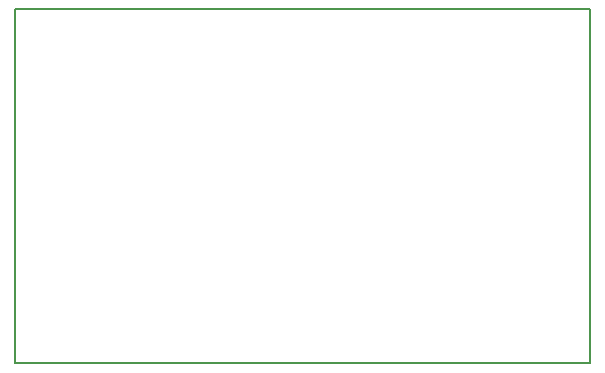
<source format=gbr>
%FSLAX23Y23*%
%MOIN*%
G04 EasyPC Gerber Version 17.0 Build 3379 *
%ADD10C,0.00500*%
X0Y0D02*
D02*
D10*
X3Y3D02*
X1918D01*
Y1183*
X3*
Y3*
X0Y0D02*
M02*

</source>
